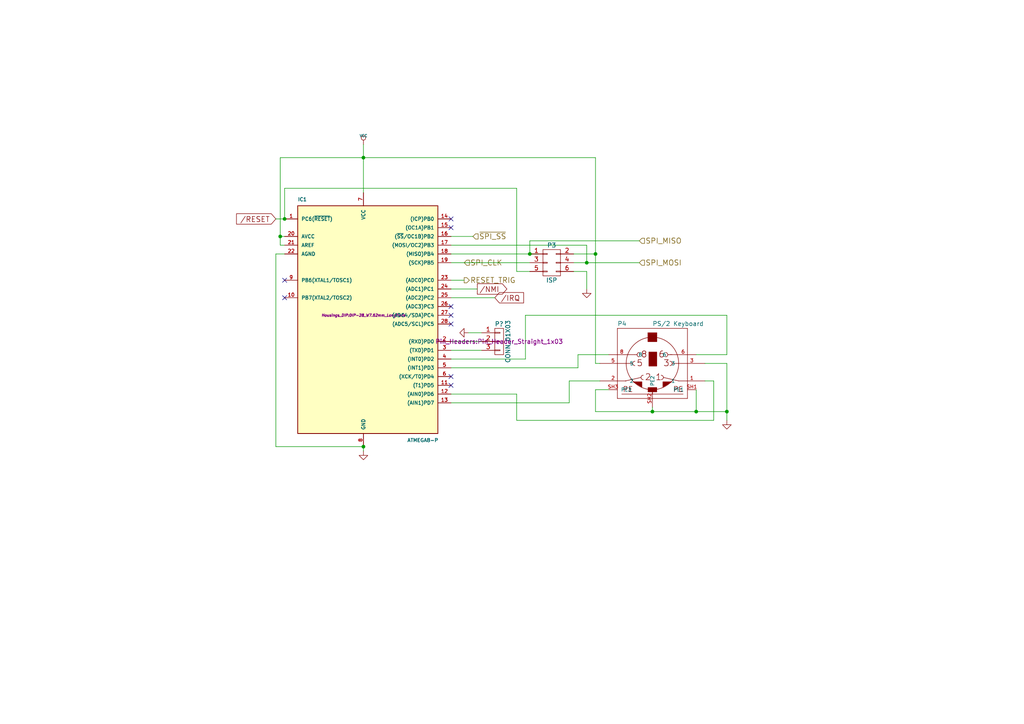
<source format=kicad_sch>
(kicad_sch (version 20211123) (generator eeschema)
  (paper "A4")
  (lib_symbols
    (symbol "io-rescue:ATMEGA8-P" (pin_names (offset 1.016))
      (property "Reference" "IC" (at -19.05 33.02 0))
      (property "Value" "ATMEGA8-P" (at 12.7 -36.83 0))
      (property "Footprint" "DIL28" (at 0 0 0))
      (symbol "ATMEGA8-P_0_1"
        (rectangle (start -19.05 31.75) (end 21.59 -34.29) (stroke (width 0.254)) (fill (type background)))
      )
      (symbol "ATMEGA8-P_1_1"
        (pin bidirectional line (at -22.86 27.94 0) (length 3.81) (name "PC6(~{RESET})") (number "1"))
        (pin bidirectional line (at -22.86 5.08 0) (length 3.81) (name "PB7(XTAL2/TOSC2)") (number "10"))
        (pin bidirectional line (at 25.4 -20.32 180) (length 3.81) (name "(T1)PD5") (number "11"))
        (pin bidirectional line (at 25.4 -22.86 180) (length 3.81) (name "(AIN0)PD6") (number "12"))
        (pin bidirectional line (at 25.4 -25.4 180) (length 3.81) (name "(AIN1)PD7") (number "13"))
        (pin bidirectional line (at 25.4 27.94 180) (length 3.81) (name "(ICP)PB0") (number "14"))
        (pin bidirectional line (at 25.4 25.4 180) (length 3.81) (name "(OC1A)PB1") (number "15"))
        (pin bidirectional line (at 25.4 22.86 180) (length 3.81) (name "(~{SS}/OC1B)PB2") (number "16"))
        (pin bidirectional line (at 25.4 20.32 180) (length 3.81) (name "(MOSI/OC2)PB3") (number "17"))
        (pin bidirectional line (at 25.4 17.78 180) (length 3.81) (name "(MISO)PB4") (number "18"))
        (pin bidirectional line (at 25.4 15.24 180) (length 3.81) (name "(SCK)PB5") (number "19"))
        (pin bidirectional line (at 25.4 -7.62 180) (length 3.81) (name "(RXD)PD0") (number "2"))
        (pin power_in line (at -22.86 22.86 0) (length 3.81) (name "AVCC") (number "20"))
        (pin bidirectional line (at -22.86 20.32 0) (length 3.81) (name "AREF") (number "21"))
        (pin power_in line (at -22.86 17.78 0) (length 3.81) (name "AGND") (number "22"))
        (pin bidirectional line (at 25.4 10.16 180) (length 3.81) (name "(ADC0)PC0") (number "23"))
        (pin bidirectional line (at 25.4 7.62 180) (length 3.81) (name "(ADC1)PC1") (number "24"))
        (pin bidirectional line (at 25.4 5.08 180) (length 3.81) (name "(ADC2)PC2") (number "25"))
        (pin bidirectional line (at 25.4 2.54 180) (length 3.81) (name "(ADC3)PC3") (number "26"))
        (pin bidirectional line (at 25.4 0 180) (length 3.81) (name "(ADC4/SDA)PC4") (number "27"))
        (pin bidirectional line (at 25.4 -2.54 180) (length 3.81) (name "(ADC5/SCL)PC5") (number "28"))
        (pin bidirectional line (at 25.4 -10.16 180) (length 3.81) (name "(TXD)PD1") (number "3"))
        (pin bidirectional line (at 25.4 -12.7 180) (length 3.81) (name "(INT0)PD2") (number "4"))
        (pin bidirectional line (at 25.4 -15.24 180) (length 3.81) (name "(INT1)PD3") (number "5"))
        (pin bidirectional line (at 25.4 -17.78 180) (length 3.81) (name "(XCK/T0)PD4") (number "6"))
        (pin power_in line (at 0 35.56 270) (length 3.81) (name "VCC") (number "7"))
        (pin power_in line (at 0 -38.1 90) (length 3.81) (name "GND") (number "8"))
        (pin bidirectional line (at -22.86 10.16 0) (length 3.81) (name "PB6(XTAL1/TOSC1)") (number "9"))
      )
    )
    (symbol "io-rescue:CONN_01X03" (pin_names (offset 1.016) hide)
      (property "Reference" "P" (at 0 5.08 0))
      (property "Value" "CONN_01X03" (at 2.54 0 90))
      (symbol "CONN_01X03_0_1"
        (rectangle (start -1.27 -2.413) (end 0.254 -2.667))
        (rectangle (start -1.27 0.127) (end 0.254 -0.127))
        (rectangle (start -1.27 2.667) (end 0.254 2.413))
        (rectangle (start -1.27 3.81) (end 1.27 -3.81))
      )
      (symbol "CONN_01X03_1_1"
        (pin passive line (at -5.08 2.54 0) (length 3.81) (name "P1") (number "1"))
        (pin passive line (at -5.08 0 0) (length 3.81) (name "P2") (number "2"))
        (pin passive line (at -5.08 -2.54 0) (length 3.81) (name "P3") (number "3"))
      )
    )
    (symbol "io-rescue:CONN_02X03" (pin_names (offset 0.0254) hide)
      (property "Reference" "P" (at 0 5.08 0))
      (property "Value" "CONN_02X03" (at 0 -5.08 0))
      (symbol "CONN_02X03_0_1"
        (rectangle (start -2.54 -2.413) (end -1.27 -2.667))
        (rectangle (start -2.54 0.127) (end -1.27 -0.127))
        (rectangle (start -2.54 2.667) (end -1.27 2.413))
        (rectangle (start -2.54 3.81) (end 2.54 -3.81))
        (rectangle (start 1.27 -2.413) (end 2.54 -2.667))
        (rectangle (start 1.27 0.127) (end 2.54 -0.127))
        (rectangle (start 1.27 2.667) (end 2.54 2.413))
      )
      (symbol "CONN_02X03_1_1"
        (pin passive line (at -6.35 2.54 0) (length 3.81) (name "P1") (number "1"))
        (pin passive line (at 6.35 2.54 180) (length 3.81) (name "P2") (number "2"))
        (pin passive line (at -6.35 0 0) (length 3.81) (name "P3") (number "3"))
        (pin passive line (at 6.35 0 180) (length 3.81) (name "P4") (number "4"))
        (pin passive line (at -6.35 -2.54 0) (length 3.81) (name "P5") (number "5"))
        (pin passive line (at 6.35 -2.54 180) (length 3.81) (name "P6") (number "6"))
      )
    )
    (symbol "io-rescue:GND" (power) (pin_names (offset 0))
      (property "Value" "GND" (at 0 -3.81 0))
      (symbol "GND_0_1"
        (polyline (pts (xy 0 0) (xy 0 -1.27) (xy 1.27 -1.27) (xy 0 -2.54) (xy -1.27 -1.27) (xy 0 -1.27)))
      )
      (symbol "GND_1_1"
        (pin power_in line (at 0 0 270) (length 0) hide (name "GND") (number "1"))
      )
    )
    (symbol "io-rescue:MINI_DIN_6" (pin_names (offset 1.016))
      (property "Reference" "X" (at -10.16 13.335 0))
      (property "Value" "MINI_DIN_6" (at 0 13.335 0))
      (symbol "MINI_DIN_6_1_0"
        (polyline (pts (xy -10.16 -7.62) (xy -10.16 12.7)))
        (polyline (pts (xy -10.16 -7.62) (xy 10.16 -7.62)))
        (polyline (pts (xy -8.89 -6.35) (xy 0 -6.35)))
        (polyline (pts (xy -7.874 -2.54) (xy -3.302 -1.524)))
        (polyline (pts (xy -7.62 2.54) (xy -5.715 2.54)))
        (polyline (pts (xy -5.08 5.08) (xy -4.445 5.08)))
        (polyline (pts (xy -1.27 8.89) (xy -1.27 11.43)))
        (polyline (pts (xy -1.27 8.89) (xy 1.27 8.89)))
        (polyline (pts (xy -1.27 11.43) (xy 1.27 11.43)))
        (polyline (pts (xy 0 -6.35) (xy 0 -5.08)))
        (polyline (pts (xy 0 -6.35) (xy 8.89 -6.35)))
        (polyline (pts (xy 1.27 11.43) (xy 1.27 8.89)))
        (polyline (pts (xy 3.175 -1.524) (xy 7.62 -2.54)))
        (polyline (pts (xy 4.445 5.08) (xy 5.715 5.08)))
        (polyline (pts (xy 5.715 2.54) (xy 7.62 2.54)))
        (polyline (pts (xy 10.16 12.7) (xy -10.16 12.7)))
        (polyline (pts (xy 10.16 12.7) (xy 10.16 -7.62)))
        (text "1" (at 1.778 -1.397 0) (effects (font (size 1.778 1.778))))
        (text "2" (at -1.27 -1.397 0) (effects (font (size 1.778 1.778))))
        (text "3" (at 4.064 2.667 0) (effects (font (size 1.778 1.778))))
        (text "5" (at -3.683 2.667 0) (effects (font (size 1.778 1.778))))
        (text "6" (at 2.667 5.207 0) (effects (font (size 1.778 1.778))))
        (text "8" (at -2.413 5.207 0) (effects (font (size 1.778 1.778))))
        (text "PE" (at -7.112 -4.953 0) (effects (font (size 1.524 1.524))))
        (text "PE" (at 7.493 -4.953 0) (effects (font (size 1.524 1.524))))
      )
      (symbol "MINI_DIN_6_1_1"
        (arc (start -5.08 3.175) (mid -5.715 2.54) (end -5.08 1.905))
        (arc (start -3.81 5.715) (mid -4.445 5.08) (end -3.81 4.445))
        (arc (start -2.667 -0.889) (mid -3.302 -1.524) (end -2.667 -2.159))
        (rectangle (start -1.27 -5.715) (end 1.27 -4.445) (fill (type outline)))
        (rectangle (start -1.27 8.89) (end 1.27 11.43) (fill (type outline)))
        (rectangle (start -1.016 1.778) (end 1.27 5.842) (fill (type outline)))
        (polyline (pts (xy -3.048 -4.318) (xy -3.048 -2.794) (xy -3.048 -2.794) (xy -5.588 -2.794) (xy -5.588 -2.794) (xy -3.048 -4.318)) (fill (type outline)))
        (polyline (pts (xy 3.048 -4.318) (xy 3.048 -2.794) (xy 3.048 -2.794) (xy 5.588 -2.794) (xy 5.588 -2.794) (xy 3.048 -4.318)) (fill (type outline)))
        (circle (center 0 2.54) (radius 7.62))
        (arc (start 2.54 -2.159) (mid 3.175 -1.524) (end 2.54 -0.889))
        (arc (start 3.81 4.445) (mid 4.445 5.08) (end 3.81 5.715))
        (arc (start 5.08 1.905) (mid 5.715 2.54) (end 5.08 3.175))
        (pin passive line (at 15.24 -2.54 180) (length 7.62) (name "1") (number "1"))
        (pin passive line (at -15.24 -2.54 0) (length 7.62) (name "2") (number "2"))
        (pin passive line (at 15.24 2.54 180) (length 7.62) (name "3") (number "3"))
        (pin passive line (at -15.24 2.54 0) (length 7.62) (name "5") (number "5"))
        (pin passive line (at 12.7 5.08 180) (length 7.62) (name "6") (number "6"))
        (pin passive line (at -12.7 5.08 0) (length 7.62) (name "8") (number "8"))
        (pin power_in line (at 12.7 -5.08 180) (length 2.54) (name "PE1") (number "SH1"))
        (pin power_in line (at 0 -10.16 90) (length 5.08) (name "PE2") (number "SH2"))
        (pin power_in line (at -12.7 -5.08 0) (length 2.54) (name "PE3") (number "SH3"))
      )
    )
    (symbol "io-rescue:VCC" (power) (pin_names (offset 0))
      (property "Value" "VCC" (at 0 3.81 0))
      (symbol "VCC_0_1"
        (polyline (pts (xy 0 0) (xy 0 1.27)))
        (circle (center 0 1.905) (radius 0.635))
      )
      (symbol "VCC_1_1"
        (pin power_in line (at 0 0 90) (length 0) hide (name "VCC") (number "1"))
      )
    )
  )
  (junction (at 210.82 119.38))
  (junction (at 81.28 68.58))
  (junction (at 201.93 119.38))
  (junction (at 153.67 73.66))
  (junction (at 105.41 45.72))
  (junction (at 189.23 119.38))
  (junction (at 82.55 63.5))
  (junction (at 172.72 73.66))
  (junction (at 170.18 76.2))
  (junction (at 105.41 129.54))
  (no_connect (at 130.81 91.44))
  (no_connect (at 130.81 93.98))
  (no_connect (at 130.81 63.5))
  (no_connect (at 130.81 111.76))
  (no_connect (at 82.55 86.36))
  (no_connect (at 82.55 81.28))
  (no_connect (at 130.81 109.22))
  (no_connect (at 130.81 66.04))
  (no_connect (at 130.81 88.9))
  (wire (pts (xy 172.72 73.66) (xy 166.37 73.66)))
  (wire (pts (xy 189.23 119.38) (xy 201.93 119.38)))
  (wire (pts (xy 82.55 73.66) (xy 80.01 73.66)))
  (wire (pts (xy 82.55 63.5) (xy 82.55 54.61)))
  (wire (pts (xy 105.41 41.91) (xy 105.41 45.72)))
  (wire (pts (xy 170.18 78.74) (xy 170.18 83.82)))
  (wire (pts (xy 207.01 110.49) (xy 207.01 121.92)))
  (wire (pts (xy 189.23 118.11) (xy 189.23 119.38)))
  (wire (pts (xy 210.82 102.87) (xy 201.93 102.87)))
  (wire (pts (xy 172.72 73.66) (xy 172.72 105.41)))
  (wire (pts (xy 172.72 119.38) (xy 189.23 119.38)))
  (wire (pts (xy 82.55 54.61) (xy 149.86 54.61)))
  (wire (pts (xy 80.01 63.5) (xy 82.55 63.5)))
  (wire (pts (xy 176.53 113.03) (xy 172.72 113.03)))
  (wire (pts (xy 130.81 83.82) (xy 138.43 83.82)))
  (wire (pts (xy 130.81 73.66) (xy 153.67 73.66)))
  (wire (pts (xy 130.81 116.84) (xy 165.1 116.84)))
  (wire (pts (xy 135.89 96.52) (xy 139.7 96.52)))
  (wire (pts (xy 130.81 101.6) (xy 139.7 101.6)))
  (wire (pts (xy 172.72 45.72) (xy 172.72 73.66)))
  (wire (pts (xy 81.28 45.72) (xy 81.28 68.58)))
  (wire (pts (xy 170.18 71.12) (xy 170.18 76.2)))
  (wire (pts (xy 210.82 91.44) (xy 210.82 102.87)))
  (wire (pts (xy 105.41 45.72) (xy 105.41 55.88)))
  (wire (pts (xy 82.55 68.58) (xy 81.28 68.58)))
  (wire (pts (xy 167.64 102.87) (xy 176.53 102.87)))
  (wire (pts (xy 149.86 54.61) (xy 149.86 78.74)))
  (wire (pts (xy 149.86 78.74) (xy 153.67 78.74)))
  (wire (pts (xy 210.82 105.41) (xy 210.82 119.38)))
  (wire (pts (xy 80.01 73.66) (xy 80.01 129.54)))
  (wire (pts (xy 130.81 99.06) (xy 139.7 99.06)))
  (wire (pts (xy 105.41 129.54) (xy 105.41 130.81)))
  (wire (pts (xy 185.42 69.85) (xy 153.67 69.85)))
  (wire (pts (xy 130.81 71.12) (xy 170.18 71.12)))
  (wire (pts (xy 165.1 116.84) (xy 165.1 110.49)))
  (wire (pts (xy 130.81 68.58) (xy 137.16 68.58)))
  (wire (pts (xy 81.28 45.72) (xy 105.41 45.72)))
  (wire (pts (xy 167.64 106.68) (xy 167.64 102.87)))
  (wire (pts (xy 166.37 78.74) (xy 170.18 78.74)))
  (wire (pts (xy 130.81 81.28) (xy 134.62 81.28)))
  (wire (pts (xy 166.37 76.2) (xy 170.18 76.2)))
  (wire (pts (xy 172.72 105.41) (xy 173.99 105.41)))
  (wire (pts (xy 80.01 129.54) (xy 105.41 129.54)))
  (wire (pts (xy 172.72 113.03) (xy 172.72 119.38)))
  (wire (pts (xy 105.41 45.72) (xy 172.72 45.72)))
  (wire (pts (xy 201.93 113.03) (xy 201.93 119.38)))
  (wire (pts (xy 153.67 73.66) (xy 156.21 73.66)))
  (wire (pts (xy 153.67 69.85) (xy 153.67 73.66)))
  (wire (pts (xy 149.86 121.92) (xy 149.86 114.3)))
  (wire (pts (xy 210.82 119.38) (xy 210.82 121.92)))
  (wire (pts (xy 201.93 119.38) (xy 210.82 119.38)))
  (wire (pts (xy 152.4 104.14) (xy 152.4 91.44)))
  (wire (pts (xy 165.1 110.49) (xy 173.99 110.49)))
  (wire (pts (xy 81.28 71.12) (xy 82.55 71.12)))
  (wire (pts (xy 130.81 106.68) (xy 167.64 106.68)))
  (wire (pts (xy 152.4 91.44) (xy 210.82 91.44)))
  (wire (pts (xy 207.01 121.92) (xy 149.86 121.92)))
  (wire (pts (xy 130.81 86.36) (xy 143.51 86.36)))
  (wire (pts (xy 130.81 104.14) (xy 152.4 104.14)))
  (wire (pts (xy 81.28 68.58) (xy 81.28 71.12)))
  (wire (pts (xy 130.81 76.2) (xy 153.67 76.2)))
  (wire (pts (xy 170.18 76.2) (xy 185.42 76.2)))
  (wire (pts (xy 149.86 114.3) (xy 130.81 114.3)))
  (wire (pts (xy 204.47 105.41) (xy 210.82 105.41)))
  (wire (pts (xy 204.47 110.49) (xy 207.01 110.49)))
  (global_label "/NMI" (shape output) (at 138.43 83.82 0) (effects (font (size 1.524 1.524))) (property "Intersheet References" "${INTERSHEET_REFS}" (effects hide)))
  (global_label "/RESET" (shape input) (at 80.01 63.5 180) (effects (font (size 1.524 1.524))) (property "Intersheet References" "${INTERSHEET_REFS}" (effects hide)))
  (global_label "/IRQ" (shape input) (at 143.51 86.36 0) (effects (font (size 1.524 1.524))) (property "Intersheet References" "${INTERSHEET_REFS}" (effects hide)))
  (hierarchical_label "RESET_TRIG" (shape output) (at 134.62 81.28 0) (effects (font (size 1.524 1.524))))
  (hierarchical_label "SPI_MOSI" (shape input) (at 185.42 76.2 0) (effects (font (size 1.524 1.524))))
  (hierarchical_label "SPI_MISO" (shape input) (at 185.42 69.85 0) (effects (font (size 1.524 1.524))))
  (hierarchical_label "~{SPI_SS}" (shape input) (at 137.16 68.58 0) (effects (font (size 1.524 1.524))))
  (hierarchical_label "SPI_CLK" (shape input) (at 134.62 76.2 0) (effects (font (size 1.524 1.524))))
  (symbol (lib_id "io-rescue:VCC") (at 105.41 41.91 0) (unit 1)
    (property "Reference" "#PWR041" (effects hide))
    (property "Value" "VCC" (at 105.41 39.37 0) (effects (font (size 0.762 0.762))))
  )
  (symbol (lib_id "io-rescue:ATMEGA8-P") (at 105.41 91.44 0) (unit 1)
    (property "Reference" "IC1" (at 86.36 58.42 0) (effects (font (size 1.016 1.016)) (justify left bottom)))
    (property "Value" "ATMEGA8-P" (at 118.11 128.27 0) (effects (font (size 1.016 1.016)) (justify left bottom)))
    (property "Footprint" "Housings_DIP:DIP-28_W7.62mm_LongPads" (at 105.41 91.44 0) (effects (font (size 0.762 0.762) italic)))
  )
  (symbol (lib_id "io-rescue:GND") (at 210.82 121.92 0) (unit 1)
    (property "Reference" "#PWR042" (effects hide))
    (property "Value" "GND" (effects hide))
  )
  (symbol (lib_id "io-rescue:CONN_02X03") (at 160.02 76.2 0) (unit 1)
    (property "Reference" "P3" (at 160.02 71.12 0))
    (property "Value" "ISP" (at 160.02 81.28 0))
    (property "Footprint" "Pin_Headers:Pin_Header_Angled_2x03" (effects hide))
  )
  (symbol (lib_id "io-rescue:GND") (at 170.18 83.82 0) (unit 1)
    (property "Reference" "#PWR043" (effects hide))
    (property "Value" "GND" (effects hide))
  )
  (symbol (lib_id "io-rescue:MINI_DIN_6") (at 189.23 107.95 0) (unit 1)
    (property "Reference" "P4" (at 179.07 94.615 0) (effects (justify left bottom)))
    (property "Value" "PS/2 Keyboard" (at 189.23 94.615 0) (effects (justify left bottom)))
    (property "Footprint" "Steckschwein:mini_din-M_DIN6" (effects hide))
  )
  (symbol (lib_id "io-rescue:GND") (at 105.41 130.81 0) (unit 1)
    (property "Reference" "#PWR044" (effects hide))
    (property "Value" "GND" (effects hide))
  )
  (symbol (lib_id "io-rescue:CONN_01X03") (at 144.78 99.06 0) (unit 1)
    (property "Reference" "P?" (at 144.78 93.98 0))
    (property "Value" "CONN_01X03" (at 147.32 99.06 90))
    (property "Footprint" "Pin_Headers:Pin_Header_Straight_1x03" (at 144.78 99.06 0))
  )
  (symbol (lib_id "io-rescue:GND") (at 135.89 96.52 270) (unit 1)
    (property "Reference" "#PWR045" (effects hide))
    (property "Value" "GND" (effects hide))
  )
)
</source>
